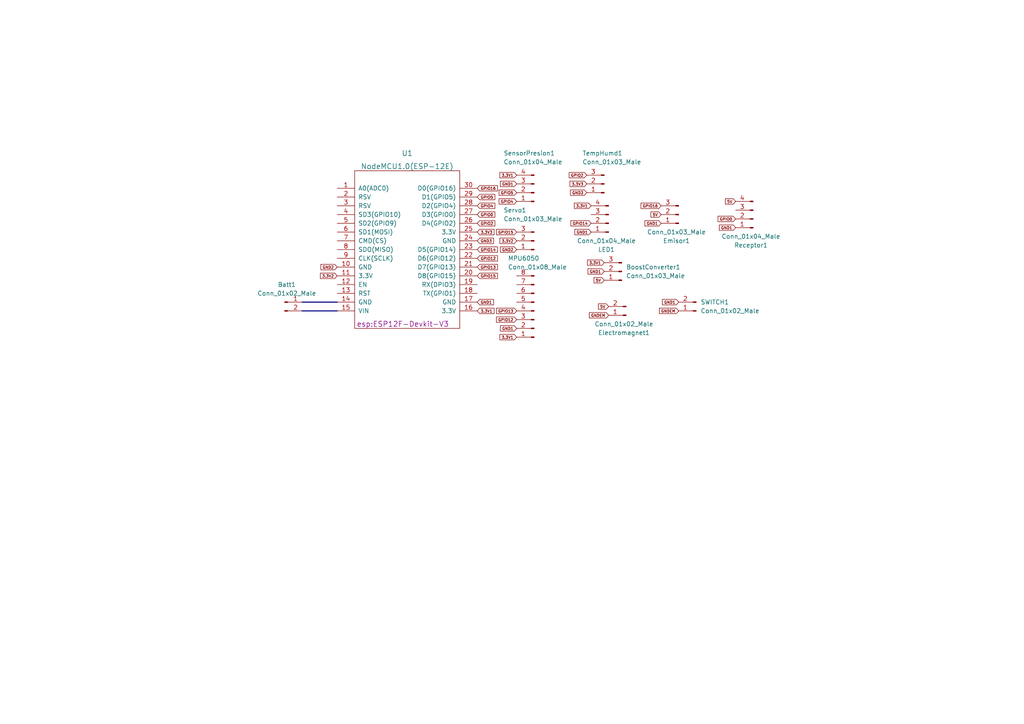
<source format=kicad_sch>
(kicad_sch (version 20211123) (generator eeschema)
  (paper "A4")
  (lib_symbols
    (symbol "Connector:Conn_01x02_Male" (pin_names (offset 1.016) hide)
      (property "Reference" "J" (at 0 2.54 0))
      (property "Value" "Conn_01x02_Male" (at 0 -5.08 0))
      (symbol "Conn_01x02_Male_1_1"
        (polyline (pts (xy 1.27 -2.54) (xy 0.8636 -2.54)) (stroke (width 0.1524)))
        (polyline (pts (xy 1.27 0) (xy 0.8636 0)) (stroke (width 0.1524)))
        (rectangle (start 0.8636 -2.413) (end 0 -2.667) (stroke (width 0.1524)) (fill (type outline)))
        (rectangle (start 0.8636 0.127) (end 0 -0.127) (stroke (width 0.1524)) (fill (type outline)))
        (pin passive line (at 5.08 0 180) (length 3.81) (name "Pin_1") (number "1"))
        (pin passive line (at 5.08 -2.54 180) (length 3.81) (name "Pin_2") (number "2"))
      )
    )
    (symbol "Connector:Conn_01x03_Male" (pin_names (offset 1.016) hide)
      (property "Reference" "J" (at 0 5.08 0))
      (property "Value" "Conn_01x03_Male" (at 0 -5.08 0))
      (symbol "Conn_01x03_Male_1_1"
        (polyline (pts (xy 1.27 -2.54) (xy 0.8636 -2.54)) (stroke (width 0.1524)))
        (polyline (pts (xy 1.27 0) (xy 0.8636 0)) (stroke (width 0.1524)))
        (polyline (pts (xy 1.27 2.54) (xy 0.8636 2.54)) (stroke (width 0.1524)))
        (rectangle (start 0.8636 -2.413) (end 0 -2.667) (stroke (width 0.1524)) (fill (type outline)))
        (rectangle (start 0.8636 0.127) (end 0 -0.127) (stroke (width 0.1524)) (fill (type outline)))
        (rectangle (start 0.8636 2.667) (end 0 2.413) (stroke (width 0.1524)) (fill (type outline)))
        (pin passive line (at 5.08 2.54 180) (length 3.81) (name "Pin_1") (number "1"))
        (pin passive line (at 5.08 0 180) (length 3.81) (name "Pin_2") (number "2"))
        (pin passive line (at 5.08 -2.54 180) (length 3.81) (name "Pin_3") (number "3"))
      )
    )
    (symbol "Connector:Conn_01x04_Male" (pin_names (offset 1.016) hide)
      (property "Reference" "J" (at 0 5.08 0))
      (property "Value" "Conn_01x04_Male" (at 0 -7.62 0))
      (symbol "Conn_01x04_Male_1_1"
        (polyline (pts (xy 1.27 -5.08) (xy 0.8636 -5.08)) (stroke (width 0.1524)))
        (polyline (pts (xy 1.27 -2.54) (xy 0.8636 -2.54)) (stroke (width 0.1524)))
        (polyline (pts (xy 1.27 0) (xy 0.8636 0)) (stroke (width 0.1524)))
        (polyline (pts (xy 1.27 2.54) (xy 0.8636 2.54)) (stroke (width 0.1524)))
        (rectangle (start 0.8636 -4.953) (end 0 -5.207) (stroke (width 0.1524)) (fill (type outline)))
        (rectangle (start 0.8636 -2.413) (end 0 -2.667) (stroke (width 0.1524)) (fill (type outline)))
        (rectangle (start 0.8636 0.127) (end 0 -0.127) (stroke (width 0.1524)) (fill (type outline)))
        (rectangle (start 0.8636 2.667) (end 0 2.413) (stroke (width 0.1524)) (fill (type outline)))
        (pin passive line (at 5.08 2.54 180) (length 3.81) (name "Pin_1") (number "1"))
        (pin passive line (at 5.08 0 180) (length 3.81) (name "Pin_2") (number "2"))
        (pin passive line (at 5.08 -2.54 180) (length 3.81) (name "Pin_3") (number "3"))
        (pin passive line (at 5.08 -5.08 180) (length 3.81) (name "Pin_4") (number "4"))
      )
    )
    (symbol "Connector:Conn_01x08_Male" (pin_names (offset 1.016) hide)
      (property "Reference" "J" (at 0 10.16 0))
      (property "Value" "Conn_01x08_Male" (at 0 -12.7 0))
      (symbol "Conn_01x08_Male_1_1"
        (polyline (pts (xy 1.27 -10.16) (xy 0.8636 -10.16)) (stroke (width 0.1524)))
        (polyline (pts (xy 1.27 -7.62) (xy 0.8636 -7.62)) (stroke (width 0.1524)))
        (polyline (pts (xy 1.27 -5.08) (xy 0.8636 -5.08)) (stroke (width 0.1524)))
        (polyline (pts (xy 1.27 -2.54) (xy 0.8636 -2.54)) (stroke (width 0.1524)))
        (polyline (pts (xy 1.27 0) (xy 0.8636 0)) (stroke (width 0.1524)))
        (polyline (pts (xy 1.27 2.54) (xy 0.8636 2.54)) (stroke (width 0.1524)))
        (polyline (pts (xy 1.27 5.08) (xy 0.8636 5.08)) (stroke (width 0.1524)))
        (polyline (pts (xy 1.27 7.62) (xy 0.8636 7.62)) (stroke (width 0.1524)))
        (rectangle (start 0.8636 -10.033) (end 0 -10.287) (stroke (width 0.1524)) (fill (type outline)))
        (rectangle (start 0.8636 -7.493) (end 0 -7.747) (stroke (width 0.1524)) (fill (type outline)))
        (rectangle (start 0.8636 -4.953) (end 0 -5.207) (stroke (width 0.1524)) (fill (type outline)))
        (rectangle (start 0.8636 -2.413) (end 0 -2.667) (stroke (width 0.1524)) (fill (type outline)))
        (rectangle (start 0.8636 0.127) (end 0 -0.127) (stroke (width 0.1524)) (fill (type outline)))
        (rectangle (start 0.8636 2.667) (end 0 2.413) (stroke (width 0.1524)) (fill (type outline)))
        (rectangle (start 0.8636 5.207) (end 0 4.953) (stroke (width 0.1524)) (fill (type outline)))
        (rectangle (start 0.8636 7.747) (end 0 7.493) (stroke (width 0.1524)) (fill (type outline)))
        (pin passive line (at 5.08 7.62 180) (length 3.81) (name "Pin_1") (number "1"))
        (pin passive line (at 5.08 5.08 180) (length 3.81) (name "Pin_2") (number "2"))
        (pin passive line (at 5.08 2.54 180) (length 3.81) (name "Pin_3") (number "3"))
        (pin passive line (at 5.08 0 180) (length 3.81) (name "Pin_4") (number "4"))
        (pin passive line (at 5.08 -2.54 180) (length 3.81) (name "Pin_5") (number "5"))
        (pin passive line (at 5.08 -5.08 180) (length 3.81) (name "Pin_6") (number "6"))
        (pin passive line (at 5.08 -7.62 180) (length 3.81) (name "Pin_7") (number "7"))
        (pin passive line (at 5.08 -10.16 180) (length 3.81) (name "Pin_8") (number "8"))
      )
    )
    (symbol "esp:NodeMCU1.0(ESP-12E)" (pin_names (offset 1.016))
      (property "Reference" "U" (at 0 21.59 0))
      (property "Value" "NodeMCU1.0(ESP-12E)" (at 0 -21.59 0))
      (symbol "NodeMCU1.0(ESP-12E)_0_1"
        (rectangle (start -15.24 -22.86) (end 15.24 22.86))
      )
      (symbol "NodeMCU1.0(ESP-12E)_1_1"
        (pin input line (at -20.32 17.78 0) (length 5.08) (name "A0(ADC0)") (number "1"))
        (pin input line (at -20.32 -5.08 0) (length 5.08) (name "GND") (number "10"))
        (pin input line (at -20.32 -7.62 0) (length 5.08) (name "3.3V") (number "11"))
        (pin input line (at -20.32 -10.16 0) (length 5.08) (name "EN") (number "12"))
        (pin input line (at -20.32 -12.7 0) (length 5.08) (name "RST") (number "13"))
        (pin input line (at -20.32 -15.24 0) (length 5.08) (name "GND") (number "14"))
        (pin input line (at -20.32 -17.78 0) (length 5.08) (name "VIN") (number "15"))
        (pin input line (at 20.32 -17.78 180) (length 5.08) (name "3.3V") (number "16"))
        (pin input line (at 20.32 -15.24 180) (length 5.08) (name "GND") (number "17"))
        (pin input line (at 20.32 -12.7 180) (length 5.08) (name "TX(GPIO1)") (number "18"))
        (pin input line (at 20.32 -10.16 180) (length 5.08) (name "RX(DPIO3)") (number "19"))
        (pin input line (at -20.32 15.24 0) (length 5.08) (name "RSV") (number "2"))
        (pin input line (at 20.32 -7.62 180) (length 5.08) (name "D8(GPIO15)") (number "20"))
        (pin input line (at 20.32 -5.08 180) (length 5.08) (name "D7(GPIO13)") (number "21"))
        (pin input line (at 20.32 -2.54 180) (length 5.08) (name "D6(GPIO12)") (number "22"))
        (pin input line (at 20.32 0 180) (length 5.08) (name "D5(GPIO14)") (number "23"))
        (pin input line (at 20.32 2.54 180) (length 5.08) (name "GND") (number "24"))
        (pin input line (at 20.32 5.08 180) (length 5.08) (name "3.3V") (number "25"))
        (pin input line (at 20.32 7.62 180) (length 5.08) (name "D4(GPIO2)") (number "26"))
        (pin input line (at 20.32 10.16 180) (length 5.08) (name "D3(GPIO0)") (number "27"))
        (pin input line (at 20.32 12.7 180) (length 5.08) (name "D2(GPIO4)") (number "28"))
        (pin input line (at 20.32 15.24 180) (length 5.08) (name "D1(GPIO5)") (number "29"))
        (pin input line (at -20.32 12.7 0) (length 5.08) (name "RSV") (number "3"))
        (pin input line (at 20.32 17.78 180) (length 5.08) (name "D0(GPIO16)") (number "30"))
        (pin input line (at -20.32 10.16 0) (length 5.08) (name "SD3(GPIO10)") (number "4"))
        (pin input line (at -20.32 7.62 0) (length 5.08) (name "SD2(GPIO9)") (number "5"))
        (pin input line (at -20.32 5.08 0) (length 5.08) (name "SD1(MOSI)") (number "6"))
        (pin input line (at -20.32 2.54 0) (length 5.08) (name "CMD(CS)") (number "7"))
        (pin input line (at -20.32 0 0) (length 5.08) (name "SDO(MISO)") (number "8"))
        (pin input line (at -20.32 -2.54 0) (length 5.08) (name "CLK(SCLK)") (number "9"))
      )
    )
  )
  (bus (pts (xy 87.63 90.17) (xy 97.79 90.17)))
  (bus (pts (xy 87.63 87.63) (xy 97.79 87.63)))
  (global_label "GPIO12" (shape input) (at 149.86 92.71 180) (effects (font (size 0.8 0.8))) (property "Intersheet References" "${INTERSHEET_REFS}" (effects hide)))
  (global_label "GPIO0" (shape input) (at 213.36 63.5 180) (effects (font (size 0.8 0.8))) (property "Intersheet References" "${INTERSHEET_REFS}" (effects hide)))
  (global_label "GPIO13" (shape input) (at 149.86 90.17 180) (effects (font (size 0.8 0.8))) (property "Intersheet References" "${INTERSHEET_REFS}" (effects hide)))
  (global_label "GNDEM" (shape input) (at 196.85 90.17 180) (effects (font (size 0.8 0.8))) (property "Intersheet References" "${INTERSHEET_REFS}" (effects hide)))
  (global_label "5V" (shape input) (at 175.26 81.28 180) (effects (font (size 0.8 0.8))) (property "Intersheet References" "${INTERSHEET_REFS}" (effects hide)))
  (global_label "3.3V3" (shape input) (at 138.43 67.31 0) (effects (font (size 0.8 0.8))) (property "Intersheet References" "${INTERSHEET_REFS}" (effects hide)))
  (global_label "5V" (shape input) (at 176.53 88.9 180) (effects (font (size 0.8 0.8))) (property "Intersheet References" "${INTERSHEET_REFS}" (effects hide)))
  (global_label "3.3V1" (shape input) (at 175.26 76.2 180) (effects (font (size 0.8 0.8))) (property "Intersheet References" "${INTERSHEET_REFS}" (effects hide)))
  (global_label "3.3V1" (shape input) (at 149.86 97.79 180) (effects (font (size 0.8 0.8))) (property "Intersheet References" "${INTERSHEET_REFS}" (effects hide)))
  (global_label "GPIO4" (shape input) (at 149.86 58.42 180) (effects (font (size 0.8 0.8))) (property "Intersheet References" "${INTERSHEET_REFS}" (effects hide)))
  (global_label "3.3V2" (shape input) (at 97.79 80.01 180) (effects (font (size 0.8 0.8))) (property "Intersheet References" "${INTERSHEET_REFS}" (effects hide)))
  (global_label "GND3" (shape input) (at 170.18 55.88 180) (effects (font (size 0.8 0.8))) (property "Intersheet References" "${INTERSHEET_REFS}" (effects hide)))
  (global_label "GNDEM" (shape input) (at 176.53 91.44 180) (effects (font (size 0.8 0.8))) (property "Intersheet References" "${INTERSHEET_REFS}" (effects hide)))
  (global_label "GND1" (shape input) (at 138.43 87.63 0) (effects (font (size 0.8 0.8))) (property "Intersheet References" "${INTERSHEET_REFS}" (effects hide)))
  (global_label "GPIO5" (shape input) (at 138.43 57.15 0) (effects (font (size 0.8 0.8))) (property "Intersheet References" "${INTERSHEET_REFS}" (effects hide)))
  (global_label "GPIO12" (shape input) (at 138.43 74.93 0) (effects (font (size 0.8 0.8))) (property "Intersheet References" "${INTERSHEET_REFS}" (effects hide)))
  (global_label "GPIO14" (shape input) (at 171.45 64.77 180) (effects (font (size 0.8 0.8))) (property "Intersheet References" "${INTERSHEET_REFS}" (effects hide)))
  (global_label "5V" (shape input) (at 213.36 58.42 180) (effects (font (size 0.8 0.8))) (property "Intersheet References" "${INTERSHEET_REFS}" (effects hide)))
  (global_label "GPIO4" (shape input) (at 138.43 59.69 0) (effects (font (size 0.8 0.8))) (property "Intersheet References" "${INTERSHEET_REFS}" (effects hide)))
  (global_label "GND1" (shape input) (at 196.85 87.63 180) (effects (font (size 0.8 0.8))) (property "Intersheet References" "${INTERSHEET_REFS}" (effects hide)))
  (global_label "GND2" (shape input) (at 97.79 77.47 180) (effects (font (size 0.8 0.8))) (property "Intersheet References" "${INTERSHEET_REFS}" (effects hide)))
  (global_label "GPIO5" (shape input) (at 149.86 55.88 180) (effects (font (size 0.8 0.8))) (property "Intersheet References" "${INTERSHEET_REFS}" (effects hide)))
  (global_label "GPIO2" (shape input) (at 170.18 50.8 180) (effects (font (size 0.8 0.8))) (property "Intersheet References" "${INTERSHEET_REFS}" (effects hide)))
  (global_label "GPIO16" (shape input) (at 191.77 59.69 180) (effects (font (size 0.8 0.8))) (property "Intersheet References" "${INTERSHEET_REFS}" (effects hide)))
  (global_label "GPIO2" (shape input) (at 138.43 64.77 0) (effects (font (size 0.8 0.8))) (property "Intersheet References" "${INTERSHEET_REFS}" (effects hide)))
  (global_label "3.3V1" (shape input) (at 138.43 90.17 0) (effects (font (size 0.8 0.8))) (property "Intersheet References" "${INTERSHEET_REFS}" (effects hide)))
  (global_label "GND3" (shape input) (at 138.43 69.85 0) (effects (font (size 0.8 0.8))) (property "Intersheet References" "${INTERSHEET_REFS}" (effects hide)))
  (global_label "GND1" (shape input) (at 175.26 78.74 180) (effects (font (size 0.8 0.8))) (property "Intersheet References" "${INTERSHEET_REFS}" (effects hide)))
  (global_label "GND1" (shape input) (at 149.86 53.34 180) (effects (font (size 0.8 0.8))) (property "Intersheet References" "${INTERSHEET_REFS}" (effects hide)))
  (global_label "3.3V2" (shape input) (at 149.86 69.85 180) (effects (font (size 0.8 0.8))) (property "Intersheet References" "${INTERSHEET_REFS}" (effects hide)))
  (global_label "3.3V1" (shape input) (at 171.45 59.69 180) (effects (font (size 0.8 0.8))) (property "Intersheet References" "${INTERSHEET_REFS}" (effects hide)))
  (global_label "3.3V3" (shape input) (at 170.18 53.34 180) (effects (font (size 0.8 0.8))) (property "Intersheet References" "${INTERSHEET_REFS}" (effects hide)))
  (global_label "GND2" (shape input) (at 149.86 72.39 180) (effects (font (size 0.8 0.8))) (property "Intersheet References" "${INTERSHEET_REFS}" (effects hide)))
  (global_label "GPIO16" (shape input) (at 138.43 54.61 0) (effects (font (size 0.8 0.8))) (property "Intersheet References" "${INTERSHEET_REFS}" (effects hide)))
  (global_label "GND1" (shape input) (at 191.77 64.77 180) (effects (font (size 0.8 0.8))) (property "Intersheet References" "${INTERSHEET_REFS}" (effects hide)))
  (global_label "GPIO15" (shape input) (at 138.43 80.01 0) (effects (font (size 0.8 0.8))) (property "Intersheet References" "${INTERSHEET_REFS}" (effects hide)))
  (global_label "GND1" (shape input) (at 149.86 95.25 180) (effects (font (size 0.8 0.8))) (property "Intersheet References" "${INTERSHEET_REFS}" (effects hide)))
  (global_label "GPIO0" (shape input) (at 138.43 62.23 0) (effects (font (size 0.8 0.8))) (property "Intersheet References" "${INTERSHEET_REFS}" (effects hide)))
  (global_label "GND1" (shape input) (at 171.45 67.31 180) (effects (font (size 0.8 0.8))) (property "Intersheet References" "${INTERSHEET_REFS}" (effects hide)))
  (global_label "5V" (shape input) (at 191.77 62.23 180) (effects (font (size 0.8 0.8))) (property "Intersheet References" "${INTERSHEET_REFS}" (effects hide)))
  (global_label "3.3V1" (shape input) (at 149.86 50.8 180) (effects (font (size 0.8 0.8))) (property "Intersheet References" "${INTERSHEET_REFS}" (effects hide)))
  (global_label "GPIO13" (shape input) (at 138.43 77.47 0) (effects (font (size 0.8 0.8))) (property "Intersheet References" "${INTERSHEET_REFS}" (effects hide)))
  (global_label "GPIO14" (shape input) (at 138.43 72.39 0) (effects (font (size 0.8 0.8))) (property "Intersheet References" "${INTERSHEET_REFS}" (effects hide)))
  (global_label "GPIO15" (shape input) (at 149.86 67.31 180) (effects (font (size 0.8 0.8))) (property "Intersheet References" "${INTERSHEET_REFS}" (effects hide)))
  (global_label "GND1" (shape input) (at 213.36 66.04 180) (effects (font (size 0.8 0.8))) (property "Intersheet References" "${INTERSHEET_REFS}" (effects hide)))
  (symbol (lib_id "esp:NodeMCU1.0(ESP-12E)") (at 118.11 72.39 0) (unit 1)
    (property "Reference" "U1" (at 118.11 44.45 0) (effects (font (size 1.524 1.524))))
    (property "Value" "NodeMCU1.0(ESP-12E)" (at 118.11 48.26 0) (effects (font (size 1.524 1.524))))
    (property "Footprint" "esp:ESP12F-Devkit-V3" (at 116.84 93.98 0) (effects (font (size 1.524 1.524))))
  )
  (symbol (lib_id "Connector:Conn_01x04_Male") (at 154.94 55.88 180) (unit 1)
    (property "Reference" "SensorPresion1" (at 146.05 44.45 0) (effects (justify right)))
    (property "Value" "Conn_01x04_Male" (at 146.05 46.99 0) (effects (justify right)))
    (property "Footprint" "Connector_PinHeader_2.54mm:PinHeader_1x04_P2.54mm_Vertical" (effects hide))
  )
  (symbol (lib_id "Connector:Conn_01x02_Male") (at 201.93 90.17 180) (unit 1)
    (property "Reference" "SWITCH1" (at 203.2 87.6299 0) (effects (justify right)))
    (property "Value" "Conn_01x02_Male" (at 203.2 90.1699 0) (effects (justify right)))
    (property "Footprint" "Connector_PinHeader_2.54mm:PinHeader_1x02_P2.54mm_Vertical" (effects hide))
  )
  (symbol (lib_id "Connector:Conn_01x02_Male") (at 181.61 91.44 180) (unit 1)
    (property "Reference" "Electromagnet1" (at 180.975 96.52 0))
    (property "Value" "Conn_01x02_Male" (at 180.975 93.98 0))
    (property "Footprint" "Connector_PinHeader_2.54mm:PinHeader_1x02_P2.54mm_Vertical" (effects hide))
  )
  (symbol (lib_id "Connector:Conn_01x03_Male") (at 154.94 69.85 180) (unit 1)
    (property "Reference" "Servo1" (at 146.05 60.96 0) (effects (justify right)))
    (property "Value" "Conn_01x03_Male" (at 146.05 63.5 0) (effects (justify right)))
    (property "Footprint" "Connector_PinHeader_2.54mm:PinHeader_1x03_P2.54mm_Vertical" (effects hide))
  )
  (symbol (lib_id "Connector:Conn_01x02_Male") (at 82.55 87.63 0) (unit 1)
    (property "Reference" "Batt1" (at 83.185 82.55 0))
    (property "Value" "Conn_01x02_Male" (at 83.185 85.09 0))
    (property "Footprint" "Connector_PinHeader_2.54mm:PinHeader_1x02_P2.54mm_Vertical" (effects hide))
  )
  (symbol (lib_id "Connector:Conn_01x03_Male") (at 180.34 78.74 180) (unit 1)
    (property "Reference" "BoostConverter1" (at 181.61 77.4699 0) (effects (justify right)))
    (property "Value" "Conn_01x03_Male" (at 181.61 80.0099 0) (effects (justify right)))
    (property "Footprint" "Connector_PinHeader_2.54mm:PinHeader_1x03_P2.54mm_Vertical" (effects hide))
  )
  (symbol (lib_id "Connector:Conn_01x04_Male") (at 218.44 63.5 180) (unit 1)
    (property "Reference" "Receptor1" (at 217.805 71.12 0))
    (property "Value" "Conn_01x04_Male" (at 217.805 68.58 0))
    (property "Footprint" "Connector_PinHeader_2.54mm:PinHeader_1x04_P2.54mm_Vertical" (effects hide))
  )
  (symbol (lib_id "Connector:Conn_01x03_Male") (at 196.85 62.23 180) (unit 1)
    (property "Reference" "Emisor1" (at 196.215 69.85 0))
    (property "Value" "Conn_01x03_Male" (at 196.215 67.31 0))
    (property "Footprint" "Connector_PinHeader_2.54mm:PinHeader_1x03_P2.54mm_Vertical" (effects hide))
  )
  (symbol (lib_id "Connector:Conn_01x03_Male") (at 175.26 53.34 180) (unit 1)
    (property "Reference" "TempHumd1" (at 168.91 44.45 0) (effects (justify right)))
    (property "Value" "Conn_01x03_Male" (at 168.91 46.99 0) (effects (justify right)))
    (property "Footprint" "Connector_PinHeader_2.54mm:PinHeader_1x03_P2.54mm_Vertical" (effects hide))
  )
  (symbol (lib_id "Connector:Conn_01x08_Male") (at 154.94 90.17 180) (unit 1)
    (property "Reference" "MPU6050" (at 147.32 74.93 0) (effects (justify right)))
    (property "Value" "Conn_01x08_Male" (at 147.32 77.47 0) (effects (justify right)))
    (property "Footprint" "Connector_PinHeader_2.54mm:PinHeader_1x08_P2.54mm_Vertical" (effects hide))
  )
  (symbol (lib_id "Connector:Conn_01x04_Male") (at 176.53 64.77 180) (unit 1)
    (property "Reference" "LED1" (at 175.895 72.39 0))
    (property "Value" "Conn_01x04_Male" (at 175.895 69.85 0))
    (property "Footprint" "Connector_PinHeader_2.54mm:PinHeader_1x04_P2.54mm_Vertical" (effects hide))
  )
)
</source>
